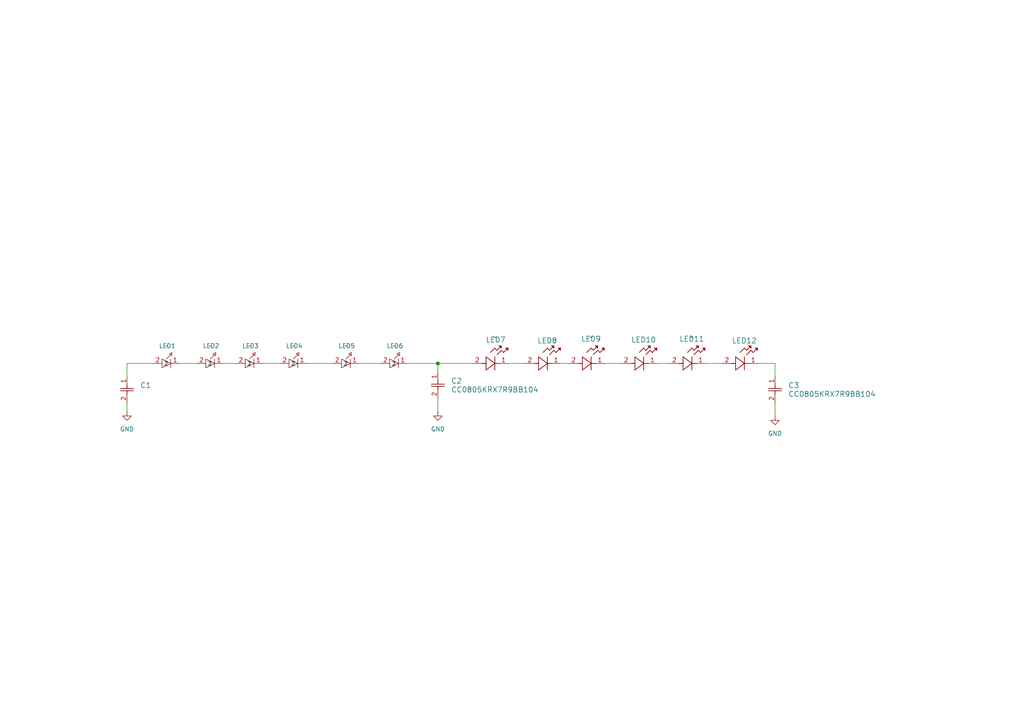
<source format=kicad_sch>
(kicad_sch (version 20231120) (generator "eeschema") (generator_version "8.0")
  (paper "A4")
  (lib_symbols
    (symbol "AA4040SYCKT/J3-AMT_1"
      (property "Reference" "LED1" (at 2.794 5.08 0))
      (property "Value" "~" (at 2.7237 5.08 0))
      (symbol "AA4040SYCKT/J3-AMT_1_0_1"
        (polyline (pts (xy 2.54 1.27) (xy 3.81 2.54)))
        (polyline (pts (xy 3.81 -1.27) (xy 3.81 1.27)))
        (polyline (pts (xy 1.27 -1.27) (xy 1.27 1.27) (xy 3.81 0) (xy 1.27 -1.27)))
        (polyline (pts (xy 3.81 2.54) (xy 4.0875 2.2246) (xy 4.1775 3.1538) (xy 3.3981 2.7641) (xy 3.7878 2.5543)))
      )
      (symbol "AA4040SYCKT/J3-AMT_1_1_1"
        (pin input line (at 6.35 0 180) (length 2.54) (name "1") (number "1"))
        (pin input line (at -1.27 0 0) (length 2.54) (name "2") (number "2"))
      )
    )
    (symbol "APA2107SECK/J4-PRV:APA2107SECK_J4-PRV" (pin_names (offset 0.254))
      (property "Reference" "LED" (at 5.08 -4.445 0))
      (property "Value" "APA2107SECK/J4-PRV" (at 5.08 -7.62 0))
      (symbol "APA2107SECK_J4-PRV_1_1"
        (polyline (pts (xy 2.54 0) (xy 3.4798 0)) (stroke (width 0.2032)))
        (polyline (pts (xy 3.175 0) (xy 3.81 0)) (stroke (width 0.2032)))
        (polyline (pts (xy 3.81 -1.905) (xy 6.35 0)) (stroke (width 0.2032)))
        (polyline (pts (xy 3.81 1.905) (xy 3.81 -1.905)) (stroke (width 0.2032)))
        (polyline (pts (xy 5.08 3.175) (xy 6.35 4.445)) (stroke (width 0.2032)))
        (polyline (pts (xy 6.35 -1.905) (xy 6.35 1.905)) (stroke (width 0.2032)))
        (polyline (pts (xy 6.35 0) (xy 3.81 1.905)) (stroke (width 0.2032)))
        (polyline (pts (xy 6.35 0) (xy 7.62 0)) (stroke (width 0.2032)))
        (polyline (pts (xy 6.35 4.445) (xy 6.985 3.81)) (stroke (width 0.2032)))
        (polyline (pts (xy 6.985 2.54) (xy 8.255 3.81)) (stroke (width 0.2032)))
        (polyline (pts (xy 6.985 3.81) (xy 8.255 5.08)) (stroke (width 0.2032)))
        (polyline (pts (xy 7.62 5.08) (xy 8.255 4.445)) (stroke (width 0.2032)))
        (polyline (pts (xy 8.255 3.81) (xy 8.89 3.175)) (stroke (width 0.2032)))
        (polyline (pts (xy 8.255 4.445) (xy 8.255 5.08)) (stroke (width 0.2032)))
        (polyline (pts (xy 8.255 5.08) (xy 7.62 5.08)) (stroke (width 0.2032)))
        (polyline (pts (xy 8.89 3.175) (xy 10.16 4.445)) (stroke (width 0.2032)))
        (polyline (pts (xy 9.525 4.445) (xy 10.16 3.81)) (stroke (width 0.2032)))
        (polyline (pts (xy 10.16 3.81) (xy 10.16 4.445)) (stroke (width 0.2032)))
        (polyline (pts (xy 10.16 4.445) (xy 9.525 4.445)) (stroke (width 0.2032)))
        (pin unspecified line (at 10.16 0 180) (length 2.54) (name "") (number "1"))
        (pin unspecified line (at 0 0 0) (length 2.54) (name "") (number "2"))
      )
      (symbol "APA2107SECK_J4-PRV_1_2"
        (polyline (pts (xy -5.08 7.62) (xy -4.445 8.255)) (stroke (width 0.2032)))
        (polyline (pts (xy -5.08 8.255) (xy -5.08 7.62)) (stroke (width 0.2032)))
        (polyline (pts (xy -4.445 6.35) (xy -3.81 6.985)) (stroke (width 0.2032)))
        (polyline (pts (xy -4.445 8.255) (xy -5.08 8.255)) (stroke (width 0.2032)))
        (polyline (pts (xy -4.445 9.525) (xy -3.81 10.16)) (stroke (width 0.2032)))
        (polyline (pts (xy -4.445 10.16) (xy -4.445 9.525)) (stroke (width 0.2032)))
        (polyline (pts (xy -3.81 6.985) (xy -5.08 8.255)) (stroke (width 0.2032)))
        (polyline (pts (xy -3.81 8.255) (xy -3.175 8.89)) (stroke (width 0.2032)))
        (polyline (pts (xy -3.81 10.16) (xy -4.445 10.16)) (stroke (width 0.2032)))
        (polyline (pts (xy -3.175 5.08) (xy -4.445 6.35)) (stroke (width 0.2032)))
        (polyline (pts (xy -3.175 8.89) (xy -4.445 10.16)) (stroke (width 0.2032)))
        (polyline (pts (xy -2.54 6.985) (xy -3.81 8.255)) (stroke (width 0.2032)))
        (polyline (pts (xy -1.905 3.81) (xy 1.905 3.81)) (stroke (width 0.2032)))
        (polyline (pts (xy 0 2.54) (xy 0 3.4798)) (stroke (width 0.2032)))
        (polyline (pts (xy 0 3.175) (xy 0 3.81)) (stroke (width 0.2032)))
        (polyline (pts (xy 0 6.35) (xy -1.905 3.81)) (stroke (width 0.2032)))
        (polyline (pts (xy 0 6.35) (xy 0 7.62)) (stroke (width 0.2032)))
        (polyline (pts (xy 1.905 3.81) (xy 0 6.35)) (stroke (width 0.2032)))
        (polyline (pts (xy 1.905 6.35) (xy -1.905 6.35)) (stroke (width 0.2032)))
        (pin unspecified line (at 0 10.16 270) (length 2.54) (name "") (number "1"))
        (pin unspecified line (at 0 0 90) (length 2.54) (name "") (number "2"))
      )
    )
    (symbol "APA2107SECK_J4-PRV_1" (pin_names (offset 0.254))
      (property "Reference" "LED1" (at 6.35 7.112 0))
      (property "Value" "~" (at 6.35 7.62 0))
      (symbol "APA2107SECK_J4-PRV_1_1_1"
        (polyline (pts (xy 2.54 0) (xy 3.4798 0)) (stroke (width 0.2032)))
        (polyline (pts (xy 3.175 0) (xy 3.81 0)) (stroke (width 0.2032)))
        (polyline (pts (xy 3.81 -1.905) (xy 6.35 0)) (stroke (width 0.2032)))
        (polyline (pts (xy 3.81 1.905) (xy 3.81 -1.905)) (stroke (width 0.2032)))
        (polyline (pts (xy 5.08 3.175) (xy 6.35 4.445)) (stroke (width 0.2032)))
        (polyline (pts (xy 6.35 -1.905) (xy 6.35 1.905)) (stroke (width 0.2032)))
        (polyline (pts (xy 6.35 0) (xy 3.81 1.905)) (stroke (width 0.2032)))
        (polyline (pts (xy 6.35 0) (xy 7.62 0)) (stroke (width 0.2032)))
        (polyline (pts (xy 6.35 4.445) (xy 6.985 3.81)) (stroke (width 0.2032)))
        (polyline (pts (xy 6.985 2.54) (xy 8.255 3.81)) (stroke (width 0.2032)))
        (polyline (pts (xy 6.985 3.81) (xy 8.255 5.08)) (stroke (width 0.2032)))
        (polyline (pts (xy 7.62 5.08) (xy 8.255 4.445)) (stroke (width 0.2032)))
        (polyline (pts (xy 8.255 3.81) (xy 8.89 3.175)) (stroke (width 0.2032)))
        (polyline (pts (xy 8.255 4.445) (xy 8.255 5.08)) (stroke (width 0.2032)))
        (polyline (pts (xy 8.255 5.08) (xy 7.62 5.08)) (stroke (width 0.2032)))
        (polyline (pts (xy 8.89 3.175) (xy 10.16 4.445)) (stroke (width 0.2032)))
        (polyline (pts (xy 9.525 4.445) (xy 10.16 3.81)) (stroke (width 0.2032)))
        (polyline (pts (xy 10.16 3.81) (xy 10.16 4.445)) (stroke (width 0.2032)))
        (polyline (pts (xy 10.16 4.445) (xy 9.525 4.445)) (stroke (width 0.2032)))
        (pin unspecified line (at 10.16 0 180) (length 2.54) (name "") (number "1"))
        (pin unspecified line (at 0 0 0) (length 2.54) (name "") (number "2"))
      )
      (symbol "APA2107SECK_J4-PRV_1_1_2"
        (polyline (pts (xy -5.08 7.62) (xy -4.445 8.255)) (stroke (width 0.2032)))
        (polyline (pts (xy -5.08 8.255) (xy -5.08 7.62)) (stroke (width 0.2032)))
        (polyline (pts (xy -4.445 6.35) (xy -3.81 6.985)) (stroke (width 0.2032)))
        (polyline (pts (xy -4.445 8.255) (xy -5.08 8.255)) (stroke (width 0.2032)))
        (polyline (pts (xy -4.445 9.525) (xy -3.81 10.16)) (stroke (width 0.2032)))
        (polyline (pts (xy -4.445 10.16) (xy -4.445 9.525)) (stroke (width 0.2032)))
        (polyline (pts (xy -3.81 6.985) (xy -5.08 8.255)) (stroke (width 0.2032)))
        (polyline (pts (xy -3.81 8.255) (xy -3.175 8.89)) (stroke (width 0.2032)))
        (polyline (pts (xy -3.81 10.16) (xy -4.445 10.16)) (stroke (width 0.2032)))
        (polyline (pts (xy -3.175 5.08) (xy -4.445 6.35)) (stroke (width 0.2032)))
        (polyline (pts (xy -3.175 8.89) (xy -4.445 10.16)) (stroke (width 0.2032)))
        (polyline (pts (xy -2.54 6.985) (xy -3.81 8.255)) (stroke (width 0.2032)))
        (polyline (pts (xy -1.905 3.81) (xy 1.905 3.81)) (stroke (width 0.2032)))
        (polyline (pts (xy 0 2.54) (xy 0 3.4798)) (stroke (width 0.2032)))
        (polyline (pts (xy 0 3.175) (xy 0 3.81)) (stroke (width 0.2032)))
        (polyline (pts (xy 0 6.35) (xy -1.905 3.81)) (stroke (width 0.2032)))
        (polyline (pts (xy 0 6.35) (xy 0 7.62)) (stroke (width 0.2032)))
        (polyline (pts (xy 1.905 3.81) (xy 0 6.35)) (stroke (width 0.2032)))
        (polyline (pts (xy 1.905 6.35) (xy -1.905 6.35)) (stroke (width 0.2032)))
        (pin unspecified line (at 0 10.16 270) (length 2.54) (name "") (number "1"))
        (pin unspecified line (at 0 0 90) (length 2.54) (name "") (number "2"))
      )
    )
    (symbol "CC0805KRX7R9BB104‎:CC0805KRX7R9BB104" (pin_names (offset 0.254))
      (property "Reference" "C" (at 3.81 3.81 0))
      (property "Value" "CC0805KRX7R9BB104" (at 3.81 -3.81 0))
      (symbol "CC0805KRX7R9BB104_1_1"
        (polyline (pts (xy 2.54 0) (xy 3.4798 0)) (stroke (width 0.2032)))
        (polyline (pts (xy 3.4798 -1.905) (xy 3.4798 1.905)) (stroke (width 0.2032)))
        (polyline (pts (xy 4.1148 -1.905) (xy 4.1148 1.905)) (stroke (width 0.2032)))
        (polyline (pts (xy 4.1148 0) (xy 5.08 0)) (stroke (width 0.2032)))
        (pin unspecified line (at 0 0 0) (length 2.54) (name "") (number "1"))
        (pin unspecified line (at 7.62 0 180) (length 2.54) (name "") (number "2"))
      )
      (symbol "CC0805KRX7R9BB104_1_2"
        (polyline (pts (xy -1.905 -4.1148) (xy 1.905 -4.1148)) (stroke (width 0.2032)))
        (polyline (pts (xy -1.905 -3.4798) (xy 1.905 -3.4798)) (stroke (width 0.2032)))
        (polyline (pts (xy 0 -4.1148) (xy 0 -5.08)) (stroke (width 0.2032)))
        (polyline (pts (xy 0 -2.54) (xy 0 -3.4798)) (stroke (width 0.2032)))
        (pin unspecified line (at 0 0 270) (length 2.54) (name "") (number "1"))
        (pin unspecified line (at 0 -7.62 90) (length 2.54) (name "") (number "2"))
      )
    )
    (symbol "GRT188R61H105KE13D:GRT188R61H105KE13D" (pin_names (offset 0.254))
      (property "Reference" "C" (at 3.81 3.81 0))
      (property "Value" "GRT188R61H105KE13D" (at 3.81 -3.81 0))
      (symbol "GRT188R61H105KE13D_1_1"
        (polyline (pts (xy 2.54 0) (xy 3.4798 0)) (stroke (width 0.2032)))
        (polyline (pts (xy 3.4798 -1.905) (xy 3.4798 1.905)) (stroke (width 0.2032)))
        (polyline (pts (xy 4.1148 -1.905) (xy 4.1148 1.905)) (stroke (width 0.2032)))
        (polyline (pts (xy 4.1148 0) (xy 5.08 0)) (stroke (width 0.2032)))
        (pin unspecified line (at 0 0 0) (length 2.54) (name "") (number "1"))
        (pin unspecified line (at 7.62 0 180) (length 2.54) (name "") (number "2"))
      )
      (symbol "GRT188R61H105KE13D_1_2"
        (polyline (pts (xy -1.905 -4.1148) (xy 1.905 -4.1148)) (stroke (width 0.2032)))
        (polyline (pts (xy -1.905 -3.4798) (xy 1.905 -3.4798)) (stroke (width 0.2032)))
        (polyline (pts (xy 0 -4.1148) (xy 0 -5.08)) (stroke (width 0.2032)))
        (polyline (pts (xy 0 -2.54) (xy 0 -3.4798)) (stroke (width 0.2032)))
        (pin unspecified line (at 0 0 270) (length 2.54) (name "") (number "1"))
        (pin unspecified line (at 0 -7.62 90) (length 2.54) (name "") (number "2"))
      )
    )
    (symbol "power:GND" (power) (pin_numbers hide) (pin_names (offset 0) hide)
      (property "Value" "GND" (at 0 -3.81 0))
      (symbol "GND_0_1"
        (polyline (pts (xy 0 0) (xy 0 -1.27) (xy 1.27 -1.27) (xy 0 -2.54) (xy -1.27 -1.27) (xy 0 -1.27)))
      )
      (symbol "GND_1_1"
        (pin power_in line (at 0 0 270) (length 0) (name "~") (number "1"))
      )
    )
  )
  (junction (at 127 105.41))
  (wire (pts (xy 224.79 116.84) (xy 224.79 120.65)))
  (wire (pts (xy 76.2 105.41) (xy 81.28 105.41)))
  (wire (pts (xy 127 115.57) (xy 127 119.38)))
  (wire (pts (xy 118.11 105.41) (xy 127 105.41)))
  (wire (pts (xy 36.83 105.41) (xy 44.45 105.41)))
  (wire (pts (xy 36.83 116.84) (xy 36.83 119.38)))
  (wire (pts (xy 88.9 105.41) (xy 96.52 105.41)))
  (wire (pts (xy 127 105.41) (xy 127 107.95)))
  (wire (pts (xy 204.47 105.41) (xy 209.55 105.41)))
  (wire (pts (xy 104.14 105.41) (xy 110.49 105.41)))
  (wire (pts (xy 127 105.41) (xy 137.16 105.41)))
  (wire (pts (xy 36.83 109.22) (xy 36.83 105.41)))
  (wire (pts (xy 224.79 105.41) (xy 224.79 109.22)))
  (wire (pts (xy 162.56 105.41) (xy 165.1 105.41)))
  (wire (pts (xy 147.32 105.41) (xy 152.4 105.41)))
  (wire (pts (xy 52.07 105.41) (xy 57.15 105.41)))
  (wire (pts (xy 190.5 105.41) (xy 194.31 105.41)))
  (wire (pts (xy 64.77 105.41) (xy 68.58 105.41)))
  (wire (pts (xy 219.71 105.41) (xy 224.79 105.41)))
  (wire (pts (xy 175.26 105.41) (xy 180.34 105.41)))
  (symbol (lib_id "power:GND") (at 127 119.38 0) (unit 1)
    (property "Reference" "#PWR0103" (effects (hide yes)))
    (property "Value" "GND" (at 127 124.46 0))
    (property "Description" "Power symbol creates a global label with name \"GND\" , ground" (effects (hide yes)))
  )
  (symbol (lib_name "APA2107SECK_J4-PRV_1") (lib_id "APA2107SECK/J4-PRV:APA2107SECK_J4-PRV") (at 137.16 105.41 0) (unit 1)
    (property "Reference" "LED7" (at 143.764 98.552 0) (effects (font (size 1.524 1.524))))
    (property "Value" "~" (at 143.51 97.79 0) (effects (font (size 1.524 1.524))))
    (property "Footprint" "APA2107SECK_J4-PRV" (effects (hide yes)))
    (property "Datasheet" "APA2107SECK/J4-PRV" (effects (hide yes)))
  )
  (symbol (lib_name "AA4040SYCKT/J3-AMT_1") (lib_id "AA4040SYCKT:AA4040SYCKT/J3-AMT") (at 82.55 105.41 0) (unit 1)
    (property "Reference" "LED4" (at 85.344 100.33 0))
    (property "Value" "~" (at 85.2737 100.33 0))
    (property "Footprint" "AA4040SYCKT_J3-AMT" (effects (hide yes)))
    (property "Datasheet" "AA4040SYCKT_J3-AMT" (effects (hide yes)))
  )
  (symbol (lib_id "APA2107SECK/J4-PRV:APA2107SECK_J4-PRV") (at 194.31 105.41 0) (unit 1)
    (property "Reference" "LED11" (at 200.66 98.298 0) (effects (font (size 1.524 1.524))))
    (property "Value" "~" (at 200.66 97.79 0) (effects (font (size 1.524 1.524))))
    (property "Footprint" "APA2107SECK_J4-PRV" (effects (hide yes)))
    (property "Datasheet" "APA2107SECK/J4-PRV" (effects (hide yes)))
  )
  (symbol (lib_id "CC0805KRX7R9BB104‎:CC0805KRX7R9BB104") (at 224.79 109.22 270) (unit 1)
    (property "Reference" "C3" (at 228.6 111.7599 90) (effects (font (size 1.524 1.524)) (justify left)))
    (property "Value" "CC0805KRX7R9BB104" (at 228.6 114.2999 90) (effects (font (size 1.524 1.524)) (justify left)))
    (property "Footprint" "CC0805N_YAG" (effects (hide yes)))
    (property "Datasheet" "CC0805KRX7R9BB104" (effects (hide yes)))
  )
  (symbol (lib_name "AA4040SYCKT/J3-AMT_1") (lib_id "AA4040SYCKT:AA4040SYCKT/J3-AMT") (at 97.79 105.41 0) (unit 1)
    (property "Reference" "LED5" (at 100.584 100.33 0))
    (property "Value" "~" (at 100.5137 100.33 0))
    (property "Footprint" "AA4040SYCKT_J3-AMT" (effects (hide yes)))
    (property "Datasheet" "AA4040SYCKT_J3-AMT" (effects (hide yes)))
  )
  (symbol (lib_id "CC0805KRX7R9BB104‎:CC0805KRX7R9BB104") (at 127 107.95 270) (unit 1)
    (property "Reference" "C2" (at 130.81 110.4899 90) (effects (font (size 1.524 1.524)) (justify left)))
    (property "Value" "CC0805KRX7R9BB104" (at 130.81 113.0299 90) (effects (font (size 1.524 1.524)) (justify left)))
    (property "Footprint" "CC0805N_YAG" (effects (hide yes)))
    (property "Datasheet" "CC0805KRX7R9BB104" (effects (hide yes)))
  )
  (symbol (lib_id "APA2107SECK/J4-PRV:APA2107SECK_J4-PRV") (at 180.34 105.41 0) (unit 1)
    (property "Reference" "LED10" (at 186.69 98.552 0) (effects (font (size 1.524 1.524))))
    (property "Value" "APA2107SECK/J4-PRV" (effects (hide yes)))
    (property "Footprint" "APA2107SECK_J4-PRV" (effects (hide yes)))
    (property "Datasheet" "APA2107SECK/J4-PRV" (effects (hide yes)))
  )
  (symbol (lib_name "AA4040SYCKT/J3-AMT_1") (lib_id "AA4040SYCKT:AA4040SYCKT/J3-AMT") (at 58.42 105.41 0) (unit 1)
    (property "Reference" "LED2" (at 61.214 100.33 0))
    (property "Value" "~" (at 61.1437 100.33 0))
    (property "Footprint" "AA4040SYCKT_J3-AMT" (effects (hide yes)))
    (property "Datasheet" "AA4040SYCKT_J3-AMT" (effects (hide yes)))
  )
  (symbol (lib_id "GRT188R61H105KE13D:GRT188R61H105KE13D") (at 36.83 109.22 270) (unit 1)
    (property "Reference" "C1" (at 40.64 111.7599 90) (effects (font (size 1.524 1.524)) (justify left)))
    (property "Value" "GRT188R61H105KE13D" (effects (hide yes)))
    (property "Footprint" "CAP_GRT188R61H105KE13D_MUR" (effects (hide yes)))
    (property "Datasheet" "GRT188R61H105KE13D" (effects (hide yes)))
  )
  (symbol (lib_id "APA2107SECK/J4-PRV:APA2107SECK_J4-PRV") (at 209.55 105.41 0) (unit 1)
    (property "Reference" "LED12" (at 215.9 98.806 0) (effects (font (size 1.524 1.524))))
    (property "Value" "APA2107SECK/J4-PRV" (effects (hide yes)))
    (property "Footprint" "APA2107SECK_J4-PRV" (effects (hide yes)))
    (property "Datasheet" "APA2107SECK/J4-PRV" (effects (hide yes)))
  )
  (symbol (lib_id "APA2107SECK/J4-PRV:APA2107SECK_J4-PRV") (at 152.4 105.41 0) (unit 1)
    (property "Reference" "LED8" (at 158.75 98.806 0) (effects (font (size 1.524 1.524))))
    (property "Value" "APA2107SECK/J4-PRV" (effects (hide yes)))
    (property "Footprint" "APA2107SECK_J4-PRV" (effects (hide yes)))
    (property "Datasheet" "APA2107SECK/J4-PRV" (effects (hide yes)))
  )
  (symbol (lib_name "AA4040SYCKT/J3-AMT_1") (lib_id "AA4040SYCKT:AA4040SYCKT/J3-AMT") (at 69.85 105.41 0) (unit 1)
    (property "Reference" "LED3" (at 72.644 100.33 0))
    (property "Value" "~" (at 72.5737 100.33 0))
    (property "Footprint" "AA4040SYCKT_J3-AMT" (effects (hide yes)))
    (property "Datasheet" "AA4040SYCKT_J3-AMT" (effects (hide yes)))
  )
  (symbol (lib_name "AA4040SYCKT/J3-AMT_1") (lib_id "AA4040SYCKT:AA4040SYCKT/J3-AMT") (at 111.76 105.41 0) (unit 1)
    (property "Reference" "LED6" (at 114.554 100.33 0))
    (property "Value" "~" (at 114.4837 100.33 0))
    (property "Footprint" "AA4040SYCKT_J3-AMT" (effects (hide yes)))
    (property "Datasheet" "AA4040SYCKT_J3-AMT" (effects (hide yes)))
  )
  (symbol (lib_name "AA4040SYCKT/J3-AMT_1") (lib_id "AA4040SYCKT:AA4040SYCKT/J3-AMT") (at 45.72 105.41 0) (unit 1)
    (property "Reference" "LED1" (at 48.514 100.33 0))
    (property "Value" "~" (at 48.4437 100.33 0))
    (property "Footprint" "AA4040SYCKT_J3-AMT" (effects (hide yes)))
    (property "Datasheet" "AA4040SYCKT_J3-AMT" (effects (hide yes)))
  )
  (symbol (lib_id "APA2107SECK/J4-PRV:APA2107SECK_J4-PRV") (at 165.1 105.41 0) (unit 1)
    (property "Reference" "LED9" (at 171.45 98.298 0) (effects (font (size 1.524 1.524))))
    (property "Value" "~" (at 171.45 97.79 0) (effects (font (size 1.524 1.524))))
    (property "Footprint" "APA2107SECK_J4-PRV" (effects (hide yes)))
    (property "Datasheet" "APA2107SECK/J4-PRV" (effects (hide yes)))
  )
  (symbol (lib_id "power:GND") (at 36.83 119.38 0) (unit 1)
    (property "Reference" "#PWR0101" (effects (hide yes)))
    (property "Value" "GND" (at 36.83 124.46 0))
    (property "Description" "Power symbol creates a global label with name \"GND\" , ground" (effects (hide yes)))
  )
  (symbol (lib_id "power:GND") (at 224.79 120.65 0) (unit 1)
    (property "Reference" "#PWR0102" (effects (hide yes)))
    (property "Value" "GND" (at 224.79 125.73 0))
    (property "Description" "Power symbol creates a global label with name \"GND\" , ground" (effects (hide yes)))
  )
)
</source>
